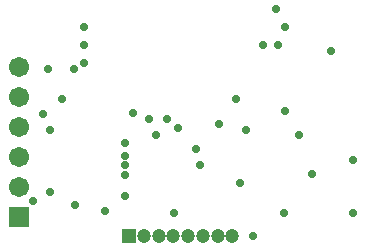
<source format=gbs>
%FSTAX23Y23*%
%MOIN*%
%SFA1B1*%

%IPPOS*%
%ADD59C,0.047370*%
%ADD60R,0.047370X0.047370*%
%ADD61C,0.067060*%
%ADD62R,0.067060X0.067060*%
%ADD63C,0.027690*%
%LNsrt-wren-25-22-v101-1*%
%LPD*%
G54D59*
X00774Y00187D03*
X00676D03*
X00725D03*
X00577D03*
X00626D03*
X00479D03*
X00528D03*
G54D60*
X0043Y00187D03*
G54D61*
X00062Y0075D03*
Y0065D03*
Y0055D03*
Y0045D03*
Y0035D03*
G54D62*
X00062Y0025D03*
G54D63*
X00496Y00578D03*
X00556D03*
X00415Y00496D03*
X00144Y00592D03*
X00593Y00547D03*
X00945Y00264D03*
X01175Y00439D03*
X00415Y00389D03*
Y00319D03*
Y00454D03*
Y00424D03*
X0025Y00289D03*
X00205Y00644D03*
X00245Y00744D03*
X0028Y00764D03*
Y00824D03*
Y00884D03*
X0016Y00744D03*
X0052Y00524D03*
X0073Y00559D03*
X00665Y00424D03*
X0082Y00539D03*
X01175Y00264D03*
X00995Y00524D03*
X008Y00364D03*
X00785Y00644D03*
X00165Y00334D03*
Y00539D03*
X0035Y00269D03*
X0095Y00605D03*
X00654Y00477D03*
X00578Y00264D03*
X00925Y00824D03*
X00948Y00882D03*
X00921Y00942D03*
X00875Y00824D03*
X00111Y00305D03*
X00843Y00187D03*
X01102Y00803D03*
X0104Y00393D03*
X00444Y00596D03*
M02*
</source>
